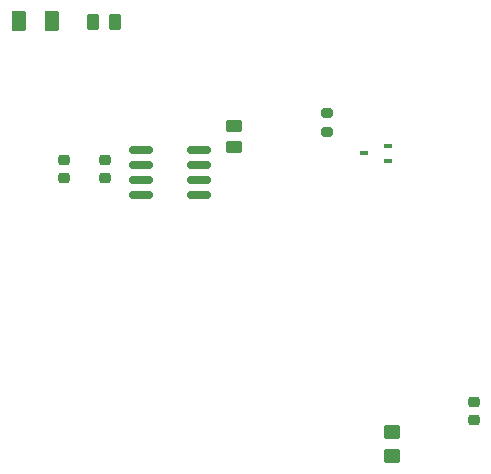
<source format=gbr>
G04 #@! TF.GenerationSoftware,KiCad,Pcbnew,7.0.8*
G04 #@! TF.CreationDate,2024-01-21T00:43:24-07:00*
G04 #@! TF.ProjectId,ONVEHICLE,4f4e5645-4849-4434-9c45-2e6b69636164,rev?*
G04 #@! TF.SameCoordinates,Original*
G04 #@! TF.FileFunction,Paste,Top*
G04 #@! TF.FilePolarity,Positive*
%FSLAX46Y46*%
G04 Gerber Fmt 4.6, Leading zero omitted, Abs format (unit mm)*
G04 Created by KiCad (PCBNEW 7.0.8) date 2024-01-21 00:43:24*
%MOMM*%
%LPD*%
G01*
G04 APERTURE LIST*
G04 Aperture macros list*
%AMRoundRect*
0 Rectangle with rounded corners*
0 $1 Rounding radius*
0 $2 $3 $4 $5 $6 $7 $8 $9 X,Y pos of 4 corners*
0 Add a 4 corners polygon primitive as box body*
4,1,4,$2,$3,$4,$5,$6,$7,$8,$9,$2,$3,0*
0 Add four circle primitives for the rounded corners*
1,1,$1+$1,$2,$3*
1,1,$1+$1,$4,$5*
1,1,$1+$1,$6,$7*
1,1,$1+$1,$8,$9*
0 Add four rect primitives between the rounded corners*
20,1,$1+$1,$2,$3,$4,$5,0*
20,1,$1+$1,$4,$5,$6,$7,0*
20,1,$1+$1,$6,$7,$8,$9,0*
20,1,$1+$1,$8,$9,$2,$3,0*%
G04 Aperture macros list end*
%ADD10RoundRect,0.225000X0.250000X-0.225000X0.250000X0.225000X-0.250000X0.225000X-0.250000X-0.225000X0*%
%ADD11RoundRect,0.250000X0.450000X-0.350000X0.450000X0.350000X-0.450000X0.350000X-0.450000X-0.350000X0*%
%ADD12RoundRect,0.250000X0.375000X0.625000X-0.375000X0.625000X-0.375000X-0.625000X0.375000X-0.625000X0*%
%ADD13RoundRect,0.250000X0.262500X0.450000X-0.262500X0.450000X-0.262500X-0.450000X0.262500X-0.450000X0*%
%ADD14R,0.700000X0.450000*%
%ADD15RoundRect,0.150000X-0.825000X-0.150000X0.825000X-0.150000X0.825000X0.150000X-0.825000X0.150000X0*%
%ADD16RoundRect,0.250000X0.450000X-0.262500X0.450000X0.262500X-0.450000X0.262500X-0.450000X-0.262500X0*%
%ADD17RoundRect,0.200000X-0.275000X0.200000X-0.275000X-0.200000X0.275000X-0.200000X0.275000X0.200000X0*%
G04 APERTURE END LIST*
D10*
X187700000Y-107475000D03*
X187700000Y-105925000D03*
D11*
X180800000Y-110500000D03*
X180800000Y-108500000D03*
D12*
X152000000Y-73730000D03*
X149200000Y-73730000D03*
D13*
X157312500Y-73800000D03*
X155487500Y-73800000D03*
D14*
X180400000Y-85550000D03*
X180400000Y-84250000D03*
X178400000Y-84900000D03*
D10*
X153000000Y-87000000D03*
X153000000Y-85450000D03*
D15*
X159525000Y-84595000D03*
X159525000Y-85865000D03*
X159525000Y-87135000D03*
X159525000Y-88405000D03*
X164475000Y-88405000D03*
X164475000Y-87135000D03*
X164475000Y-85865000D03*
X164475000Y-84595000D03*
D10*
X156500000Y-87000000D03*
X156500000Y-85450000D03*
D16*
X167400000Y-84412500D03*
X167400000Y-82587500D03*
D17*
X175300000Y-81450000D03*
X175300000Y-83100000D03*
M02*

</source>
